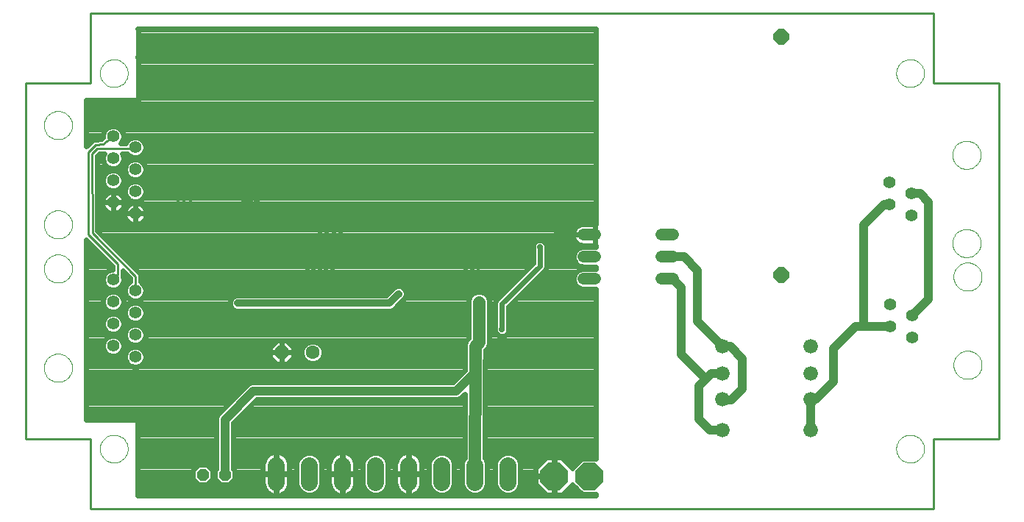
<source format=gbl>
G75*
%MOIN*%
%OFA0B0*%
%FSLAX24Y24*%
%IPPOS*%
%LPD*%
%AMOC8*
5,1,8,0,0,1.08239X$1,22.5*
%
%ADD10C,0.0100*%
%ADD11C,0.0000*%
%ADD12C,0.0550*%
%ADD13OC8,0.0705*%
%ADD14C,0.0660*%
%ADD15C,0.0520*%
%ADD16C,0.0768*%
%ADD17OC8,0.1250*%
%ADD18OC8,0.0520*%
%ADD19OC8,0.0630*%
%ADD20C,0.0630*%
%ADD21OC8,0.0240*%
%ADD22C,0.0240*%
%ADD23C,0.0320*%
%ADD24C,0.0400*%
%ADD25OC8,0.0356*%
%ADD26C,0.0560*%
D10*
X004668Y002075D02*
X042857Y002075D01*
X042857Y005224D01*
X045810Y005224D01*
X045810Y021366D01*
X042857Y021366D01*
X042857Y024516D01*
X004668Y024516D01*
X004668Y021366D01*
X001715Y021366D01*
X001715Y005224D01*
X004668Y005224D01*
X004668Y002075D01*
X006690Y011952D02*
X006690Y012610D01*
X004744Y014556D01*
X004733Y018169D01*
X004959Y018395D01*
X006647Y018406D01*
X006690Y018452D01*
X005690Y018952D02*
X005233Y018586D01*
X004884Y018575D01*
X004553Y018243D01*
X004564Y014482D01*
X005895Y013151D01*
X005895Y012657D01*
X005690Y012452D01*
D11*
X002550Y012952D02*
X002552Y013002D01*
X002558Y013052D01*
X002568Y013101D01*
X002581Y013150D01*
X002599Y013197D01*
X002620Y013243D01*
X002644Y013286D01*
X002672Y013328D01*
X002703Y013368D01*
X002737Y013405D01*
X002774Y013439D01*
X002814Y013470D01*
X002856Y013498D01*
X002899Y013522D01*
X002945Y013543D01*
X002992Y013561D01*
X003041Y013574D01*
X003090Y013584D01*
X003140Y013590D01*
X003190Y013592D01*
X003240Y013590D01*
X003290Y013584D01*
X003339Y013574D01*
X003388Y013561D01*
X003435Y013543D01*
X003481Y013522D01*
X003524Y013498D01*
X003566Y013470D01*
X003606Y013439D01*
X003643Y013405D01*
X003677Y013368D01*
X003708Y013328D01*
X003736Y013286D01*
X003760Y013243D01*
X003781Y013197D01*
X003799Y013150D01*
X003812Y013101D01*
X003822Y013052D01*
X003828Y013002D01*
X003830Y012952D01*
X003828Y012902D01*
X003822Y012852D01*
X003812Y012803D01*
X003799Y012754D01*
X003781Y012707D01*
X003760Y012661D01*
X003736Y012618D01*
X003708Y012576D01*
X003677Y012536D01*
X003643Y012499D01*
X003606Y012465D01*
X003566Y012434D01*
X003524Y012406D01*
X003481Y012382D01*
X003435Y012361D01*
X003388Y012343D01*
X003339Y012330D01*
X003290Y012320D01*
X003240Y012314D01*
X003190Y012312D01*
X003140Y012314D01*
X003090Y012320D01*
X003041Y012330D01*
X002992Y012343D01*
X002945Y012361D01*
X002899Y012382D01*
X002856Y012406D01*
X002814Y012434D01*
X002774Y012465D01*
X002737Y012499D01*
X002703Y012536D01*
X002672Y012576D01*
X002644Y012618D01*
X002620Y012661D01*
X002599Y012707D01*
X002581Y012754D01*
X002568Y012803D01*
X002558Y012852D01*
X002552Y012902D01*
X002550Y012952D01*
X002550Y014952D02*
X002552Y015002D01*
X002558Y015052D01*
X002568Y015101D01*
X002581Y015150D01*
X002599Y015197D01*
X002620Y015243D01*
X002644Y015286D01*
X002672Y015328D01*
X002703Y015368D01*
X002737Y015405D01*
X002774Y015439D01*
X002814Y015470D01*
X002856Y015498D01*
X002899Y015522D01*
X002945Y015543D01*
X002992Y015561D01*
X003041Y015574D01*
X003090Y015584D01*
X003140Y015590D01*
X003190Y015592D01*
X003240Y015590D01*
X003290Y015584D01*
X003339Y015574D01*
X003388Y015561D01*
X003435Y015543D01*
X003481Y015522D01*
X003524Y015498D01*
X003566Y015470D01*
X003606Y015439D01*
X003643Y015405D01*
X003677Y015368D01*
X003708Y015328D01*
X003736Y015286D01*
X003760Y015243D01*
X003781Y015197D01*
X003799Y015150D01*
X003812Y015101D01*
X003822Y015052D01*
X003828Y015002D01*
X003830Y014952D01*
X003828Y014902D01*
X003822Y014852D01*
X003812Y014803D01*
X003799Y014754D01*
X003781Y014707D01*
X003760Y014661D01*
X003736Y014618D01*
X003708Y014576D01*
X003677Y014536D01*
X003643Y014499D01*
X003606Y014465D01*
X003566Y014434D01*
X003524Y014406D01*
X003481Y014382D01*
X003435Y014361D01*
X003388Y014343D01*
X003339Y014330D01*
X003290Y014320D01*
X003240Y014314D01*
X003190Y014312D01*
X003140Y014314D01*
X003090Y014320D01*
X003041Y014330D01*
X002992Y014343D01*
X002945Y014361D01*
X002899Y014382D01*
X002856Y014406D01*
X002814Y014434D01*
X002774Y014465D01*
X002737Y014499D01*
X002703Y014536D01*
X002672Y014576D01*
X002644Y014618D01*
X002620Y014661D01*
X002599Y014707D01*
X002581Y014754D01*
X002568Y014803D01*
X002558Y014852D01*
X002552Y014902D01*
X002550Y014952D01*
X002550Y019452D02*
X002552Y019502D01*
X002558Y019552D01*
X002568Y019601D01*
X002581Y019650D01*
X002599Y019697D01*
X002620Y019743D01*
X002644Y019786D01*
X002672Y019828D01*
X002703Y019868D01*
X002737Y019905D01*
X002774Y019939D01*
X002814Y019970D01*
X002856Y019998D01*
X002899Y020022D01*
X002945Y020043D01*
X002992Y020061D01*
X003041Y020074D01*
X003090Y020084D01*
X003140Y020090D01*
X003190Y020092D01*
X003240Y020090D01*
X003290Y020084D01*
X003339Y020074D01*
X003388Y020061D01*
X003435Y020043D01*
X003481Y020022D01*
X003524Y019998D01*
X003566Y019970D01*
X003606Y019939D01*
X003643Y019905D01*
X003677Y019868D01*
X003708Y019828D01*
X003736Y019786D01*
X003760Y019743D01*
X003781Y019697D01*
X003799Y019650D01*
X003812Y019601D01*
X003822Y019552D01*
X003828Y019502D01*
X003830Y019452D01*
X003828Y019402D01*
X003822Y019352D01*
X003812Y019303D01*
X003799Y019254D01*
X003781Y019207D01*
X003760Y019161D01*
X003736Y019118D01*
X003708Y019076D01*
X003677Y019036D01*
X003643Y018999D01*
X003606Y018965D01*
X003566Y018934D01*
X003524Y018906D01*
X003481Y018882D01*
X003435Y018861D01*
X003388Y018843D01*
X003339Y018830D01*
X003290Y018820D01*
X003240Y018814D01*
X003190Y018812D01*
X003140Y018814D01*
X003090Y018820D01*
X003041Y018830D01*
X002992Y018843D01*
X002945Y018861D01*
X002899Y018882D01*
X002856Y018906D01*
X002814Y018934D01*
X002774Y018965D01*
X002737Y018999D01*
X002703Y019036D01*
X002672Y019076D01*
X002644Y019118D01*
X002620Y019161D01*
X002599Y019207D01*
X002581Y019254D01*
X002568Y019303D01*
X002558Y019352D01*
X002552Y019402D01*
X002550Y019452D01*
X005091Y021809D02*
X005093Y021859D01*
X005099Y021909D01*
X005109Y021958D01*
X005123Y022006D01*
X005140Y022053D01*
X005161Y022098D01*
X005186Y022142D01*
X005214Y022183D01*
X005246Y022222D01*
X005280Y022259D01*
X005317Y022293D01*
X005357Y022323D01*
X005399Y022350D01*
X005443Y022374D01*
X005489Y022395D01*
X005536Y022411D01*
X005584Y022424D01*
X005634Y022433D01*
X005683Y022438D01*
X005734Y022439D01*
X005784Y022436D01*
X005833Y022429D01*
X005882Y022418D01*
X005930Y022403D01*
X005976Y022385D01*
X006021Y022363D01*
X006064Y022337D01*
X006105Y022308D01*
X006144Y022276D01*
X006180Y022241D01*
X006212Y022203D01*
X006242Y022163D01*
X006269Y022120D01*
X006292Y022076D01*
X006311Y022030D01*
X006327Y021982D01*
X006339Y021933D01*
X006347Y021884D01*
X006351Y021834D01*
X006351Y021784D01*
X006347Y021734D01*
X006339Y021685D01*
X006327Y021636D01*
X006311Y021588D01*
X006292Y021542D01*
X006269Y021498D01*
X006242Y021455D01*
X006212Y021415D01*
X006180Y021377D01*
X006144Y021342D01*
X006105Y021310D01*
X006064Y021281D01*
X006021Y021255D01*
X005976Y021233D01*
X005930Y021215D01*
X005882Y021200D01*
X005833Y021189D01*
X005784Y021182D01*
X005734Y021179D01*
X005683Y021180D01*
X005634Y021185D01*
X005584Y021194D01*
X005536Y021207D01*
X005489Y021223D01*
X005443Y021244D01*
X005399Y021268D01*
X005357Y021295D01*
X005317Y021325D01*
X005280Y021359D01*
X005246Y021396D01*
X005214Y021435D01*
X005186Y021476D01*
X005161Y021520D01*
X005140Y021565D01*
X005123Y021612D01*
X005109Y021660D01*
X005099Y021709D01*
X005093Y021759D01*
X005091Y021809D01*
X002550Y008452D02*
X002552Y008502D01*
X002558Y008552D01*
X002568Y008601D01*
X002581Y008650D01*
X002599Y008697D01*
X002620Y008743D01*
X002644Y008786D01*
X002672Y008828D01*
X002703Y008868D01*
X002737Y008905D01*
X002774Y008939D01*
X002814Y008970D01*
X002856Y008998D01*
X002899Y009022D01*
X002945Y009043D01*
X002992Y009061D01*
X003041Y009074D01*
X003090Y009084D01*
X003140Y009090D01*
X003190Y009092D01*
X003240Y009090D01*
X003290Y009084D01*
X003339Y009074D01*
X003388Y009061D01*
X003435Y009043D01*
X003481Y009022D01*
X003524Y008998D01*
X003566Y008970D01*
X003606Y008939D01*
X003643Y008905D01*
X003677Y008868D01*
X003708Y008828D01*
X003736Y008786D01*
X003760Y008743D01*
X003781Y008697D01*
X003799Y008650D01*
X003812Y008601D01*
X003822Y008552D01*
X003828Y008502D01*
X003830Y008452D01*
X003828Y008402D01*
X003822Y008352D01*
X003812Y008303D01*
X003799Y008254D01*
X003781Y008207D01*
X003760Y008161D01*
X003736Y008118D01*
X003708Y008076D01*
X003677Y008036D01*
X003643Y007999D01*
X003606Y007965D01*
X003566Y007934D01*
X003524Y007906D01*
X003481Y007882D01*
X003435Y007861D01*
X003388Y007843D01*
X003339Y007830D01*
X003290Y007820D01*
X003240Y007814D01*
X003190Y007812D01*
X003140Y007814D01*
X003090Y007820D01*
X003041Y007830D01*
X002992Y007843D01*
X002945Y007861D01*
X002899Y007882D01*
X002856Y007906D01*
X002814Y007934D01*
X002774Y007965D01*
X002737Y007999D01*
X002703Y008036D01*
X002672Y008076D01*
X002644Y008118D01*
X002620Y008161D01*
X002599Y008207D01*
X002581Y008254D01*
X002568Y008303D01*
X002558Y008352D01*
X002552Y008402D01*
X002550Y008452D01*
X005091Y004781D02*
X005093Y004831D01*
X005099Y004881D01*
X005109Y004930D01*
X005123Y004978D01*
X005140Y005025D01*
X005161Y005070D01*
X005186Y005114D01*
X005214Y005155D01*
X005246Y005194D01*
X005280Y005231D01*
X005317Y005265D01*
X005357Y005295D01*
X005399Y005322D01*
X005443Y005346D01*
X005489Y005367D01*
X005536Y005383D01*
X005584Y005396D01*
X005634Y005405D01*
X005683Y005410D01*
X005734Y005411D01*
X005784Y005408D01*
X005833Y005401D01*
X005882Y005390D01*
X005930Y005375D01*
X005976Y005357D01*
X006021Y005335D01*
X006064Y005309D01*
X006105Y005280D01*
X006144Y005248D01*
X006180Y005213D01*
X006212Y005175D01*
X006242Y005135D01*
X006269Y005092D01*
X006292Y005048D01*
X006311Y005002D01*
X006327Y004954D01*
X006339Y004905D01*
X006347Y004856D01*
X006351Y004806D01*
X006351Y004756D01*
X006347Y004706D01*
X006339Y004657D01*
X006327Y004608D01*
X006311Y004560D01*
X006292Y004514D01*
X006269Y004470D01*
X006242Y004427D01*
X006212Y004387D01*
X006180Y004349D01*
X006144Y004314D01*
X006105Y004282D01*
X006064Y004253D01*
X006021Y004227D01*
X005976Y004205D01*
X005930Y004187D01*
X005882Y004172D01*
X005833Y004161D01*
X005784Y004154D01*
X005734Y004151D01*
X005683Y004152D01*
X005634Y004157D01*
X005584Y004166D01*
X005536Y004179D01*
X005489Y004195D01*
X005443Y004216D01*
X005399Y004240D01*
X005357Y004267D01*
X005317Y004297D01*
X005280Y004331D01*
X005246Y004368D01*
X005214Y004407D01*
X005186Y004448D01*
X005161Y004492D01*
X005140Y004537D01*
X005123Y004584D01*
X005109Y004632D01*
X005099Y004681D01*
X005093Y004731D01*
X005091Y004781D01*
X041174Y004781D02*
X041176Y004831D01*
X041182Y004881D01*
X041192Y004930D01*
X041206Y004978D01*
X041223Y005025D01*
X041244Y005070D01*
X041269Y005114D01*
X041297Y005155D01*
X041329Y005194D01*
X041363Y005231D01*
X041400Y005265D01*
X041440Y005295D01*
X041482Y005322D01*
X041526Y005346D01*
X041572Y005367D01*
X041619Y005383D01*
X041667Y005396D01*
X041717Y005405D01*
X041766Y005410D01*
X041817Y005411D01*
X041867Y005408D01*
X041916Y005401D01*
X041965Y005390D01*
X042013Y005375D01*
X042059Y005357D01*
X042104Y005335D01*
X042147Y005309D01*
X042188Y005280D01*
X042227Y005248D01*
X042263Y005213D01*
X042295Y005175D01*
X042325Y005135D01*
X042352Y005092D01*
X042375Y005048D01*
X042394Y005002D01*
X042410Y004954D01*
X042422Y004905D01*
X042430Y004856D01*
X042434Y004806D01*
X042434Y004756D01*
X042430Y004706D01*
X042422Y004657D01*
X042410Y004608D01*
X042394Y004560D01*
X042375Y004514D01*
X042352Y004470D01*
X042325Y004427D01*
X042295Y004387D01*
X042263Y004349D01*
X042227Y004314D01*
X042188Y004282D01*
X042147Y004253D01*
X042104Y004227D01*
X042059Y004205D01*
X042013Y004187D01*
X041965Y004172D01*
X041916Y004161D01*
X041867Y004154D01*
X041817Y004151D01*
X041766Y004152D01*
X041717Y004157D01*
X041667Y004166D01*
X041619Y004179D01*
X041572Y004195D01*
X041526Y004216D01*
X041482Y004240D01*
X041440Y004267D01*
X041400Y004297D01*
X041363Y004331D01*
X041329Y004368D01*
X041297Y004407D01*
X041269Y004448D01*
X041244Y004492D01*
X041223Y004537D01*
X041206Y004584D01*
X041192Y004632D01*
X041182Y004681D01*
X041176Y004731D01*
X041174Y004781D01*
X043762Y008585D02*
X043764Y008635D01*
X043770Y008685D01*
X043780Y008734D01*
X043793Y008783D01*
X043811Y008830D01*
X043832Y008876D01*
X043856Y008919D01*
X043884Y008961D01*
X043915Y009001D01*
X043949Y009038D01*
X043986Y009072D01*
X044026Y009103D01*
X044068Y009131D01*
X044111Y009155D01*
X044157Y009176D01*
X044204Y009194D01*
X044253Y009207D01*
X044302Y009217D01*
X044352Y009223D01*
X044402Y009225D01*
X044452Y009223D01*
X044502Y009217D01*
X044551Y009207D01*
X044600Y009194D01*
X044647Y009176D01*
X044693Y009155D01*
X044736Y009131D01*
X044778Y009103D01*
X044818Y009072D01*
X044855Y009038D01*
X044889Y009001D01*
X044920Y008961D01*
X044948Y008919D01*
X044972Y008876D01*
X044993Y008830D01*
X045011Y008783D01*
X045024Y008734D01*
X045034Y008685D01*
X045040Y008635D01*
X045042Y008585D01*
X045040Y008535D01*
X045034Y008485D01*
X045024Y008436D01*
X045011Y008387D01*
X044993Y008340D01*
X044972Y008294D01*
X044948Y008251D01*
X044920Y008209D01*
X044889Y008169D01*
X044855Y008132D01*
X044818Y008098D01*
X044778Y008067D01*
X044736Y008039D01*
X044693Y008015D01*
X044647Y007994D01*
X044600Y007976D01*
X044551Y007963D01*
X044502Y007953D01*
X044452Y007947D01*
X044402Y007945D01*
X044352Y007947D01*
X044302Y007953D01*
X044253Y007963D01*
X044204Y007976D01*
X044157Y007994D01*
X044111Y008015D01*
X044068Y008039D01*
X044026Y008067D01*
X043986Y008098D01*
X043949Y008132D01*
X043915Y008169D01*
X043884Y008209D01*
X043856Y008251D01*
X043832Y008294D01*
X043811Y008340D01*
X043793Y008387D01*
X043780Y008436D01*
X043770Y008485D01*
X043764Y008535D01*
X043762Y008585D01*
X043762Y012585D02*
X043764Y012635D01*
X043770Y012685D01*
X043780Y012734D01*
X043793Y012783D01*
X043811Y012830D01*
X043832Y012876D01*
X043856Y012919D01*
X043884Y012961D01*
X043915Y013001D01*
X043949Y013038D01*
X043986Y013072D01*
X044026Y013103D01*
X044068Y013131D01*
X044111Y013155D01*
X044157Y013176D01*
X044204Y013194D01*
X044253Y013207D01*
X044302Y013217D01*
X044352Y013223D01*
X044402Y013225D01*
X044452Y013223D01*
X044502Y013217D01*
X044551Y013207D01*
X044600Y013194D01*
X044647Y013176D01*
X044693Y013155D01*
X044736Y013131D01*
X044778Y013103D01*
X044818Y013072D01*
X044855Y013038D01*
X044889Y013001D01*
X044920Y012961D01*
X044948Y012919D01*
X044972Y012876D01*
X044993Y012830D01*
X045011Y012783D01*
X045024Y012734D01*
X045034Y012685D01*
X045040Y012635D01*
X045042Y012585D01*
X045040Y012535D01*
X045034Y012485D01*
X045024Y012436D01*
X045011Y012387D01*
X044993Y012340D01*
X044972Y012294D01*
X044948Y012251D01*
X044920Y012209D01*
X044889Y012169D01*
X044855Y012132D01*
X044818Y012098D01*
X044778Y012067D01*
X044736Y012039D01*
X044693Y012015D01*
X044647Y011994D01*
X044600Y011976D01*
X044551Y011963D01*
X044502Y011953D01*
X044452Y011947D01*
X044402Y011945D01*
X044352Y011947D01*
X044302Y011953D01*
X044253Y011963D01*
X044204Y011976D01*
X044157Y011994D01*
X044111Y012015D01*
X044068Y012039D01*
X044026Y012067D01*
X043986Y012098D01*
X043949Y012132D01*
X043915Y012169D01*
X043884Y012209D01*
X043856Y012251D01*
X043832Y012294D01*
X043811Y012340D01*
X043793Y012387D01*
X043780Y012436D01*
X043770Y012485D01*
X043764Y012535D01*
X043762Y012585D01*
X043718Y014102D02*
X043720Y014152D01*
X043726Y014202D01*
X043736Y014251D01*
X043749Y014300D01*
X043767Y014347D01*
X043788Y014393D01*
X043812Y014436D01*
X043840Y014478D01*
X043871Y014518D01*
X043905Y014555D01*
X043942Y014589D01*
X043982Y014620D01*
X044024Y014648D01*
X044067Y014672D01*
X044113Y014693D01*
X044160Y014711D01*
X044209Y014724D01*
X044258Y014734D01*
X044308Y014740D01*
X044358Y014742D01*
X044408Y014740D01*
X044458Y014734D01*
X044507Y014724D01*
X044556Y014711D01*
X044603Y014693D01*
X044649Y014672D01*
X044692Y014648D01*
X044734Y014620D01*
X044774Y014589D01*
X044811Y014555D01*
X044845Y014518D01*
X044876Y014478D01*
X044904Y014436D01*
X044928Y014393D01*
X044949Y014347D01*
X044967Y014300D01*
X044980Y014251D01*
X044990Y014202D01*
X044996Y014152D01*
X044998Y014102D01*
X044996Y014052D01*
X044990Y014002D01*
X044980Y013953D01*
X044967Y013904D01*
X044949Y013857D01*
X044928Y013811D01*
X044904Y013768D01*
X044876Y013726D01*
X044845Y013686D01*
X044811Y013649D01*
X044774Y013615D01*
X044734Y013584D01*
X044692Y013556D01*
X044649Y013532D01*
X044603Y013511D01*
X044556Y013493D01*
X044507Y013480D01*
X044458Y013470D01*
X044408Y013464D01*
X044358Y013462D01*
X044308Y013464D01*
X044258Y013470D01*
X044209Y013480D01*
X044160Y013493D01*
X044113Y013511D01*
X044067Y013532D01*
X044024Y013556D01*
X043982Y013584D01*
X043942Y013615D01*
X043905Y013649D01*
X043871Y013686D01*
X043840Y013726D01*
X043812Y013768D01*
X043788Y013811D01*
X043767Y013857D01*
X043749Y013904D01*
X043736Y013953D01*
X043726Y014002D01*
X043720Y014052D01*
X043718Y014102D01*
X043718Y018102D02*
X043720Y018152D01*
X043726Y018202D01*
X043736Y018251D01*
X043749Y018300D01*
X043767Y018347D01*
X043788Y018393D01*
X043812Y018436D01*
X043840Y018478D01*
X043871Y018518D01*
X043905Y018555D01*
X043942Y018589D01*
X043982Y018620D01*
X044024Y018648D01*
X044067Y018672D01*
X044113Y018693D01*
X044160Y018711D01*
X044209Y018724D01*
X044258Y018734D01*
X044308Y018740D01*
X044358Y018742D01*
X044408Y018740D01*
X044458Y018734D01*
X044507Y018724D01*
X044556Y018711D01*
X044603Y018693D01*
X044649Y018672D01*
X044692Y018648D01*
X044734Y018620D01*
X044774Y018589D01*
X044811Y018555D01*
X044845Y018518D01*
X044876Y018478D01*
X044904Y018436D01*
X044928Y018393D01*
X044949Y018347D01*
X044967Y018300D01*
X044980Y018251D01*
X044990Y018202D01*
X044996Y018152D01*
X044998Y018102D01*
X044996Y018052D01*
X044990Y018002D01*
X044980Y017953D01*
X044967Y017904D01*
X044949Y017857D01*
X044928Y017811D01*
X044904Y017768D01*
X044876Y017726D01*
X044845Y017686D01*
X044811Y017649D01*
X044774Y017615D01*
X044734Y017584D01*
X044692Y017556D01*
X044649Y017532D01*
X044603Y017511D01*
X044556Y017493D01*
X044507Y017480D01*
X044458Y017470D01*
X044408Y017464D01*
X044358Y017462D01*
X044308Y017464D01*
X044258Y017470D01*
X044209Y017480D01*
X044160Y017493D01*
X044113Y017511D01*
X044067Y017532D01*
X044024Y017556D01*
X043982Y017584D01*
X043942Y017615D01*
X043905Y017649D01*
X043871Y017686D01*
X043840Y017726D01*
X043812Y017768D01*
X043788Y017811D01*
X043767Y017857D01*
X043749Y017904D01*
X043736Y017953D01*
X043726Y018002D01*
X043720Y018052D01*
X043718Y018102D01*
X041174Y021809D02*
X041176Y021859D01*
X041182Y021909D01*
X041192Y021958D01*
X041206Y022006D01*
X041223Y022053D01*
X041244Y022098D01*
X041269Y022142D01*
X041297Y022183D01*
X041329Y022222D01*
X041363Y022259D01*
X041400Y022293D01*
X041440Y022323D01*
X041482Y022350D01*
X041526Y022374D01*
X041572Y022395D01*
X041619Y022411D01*
X041667Y022424D01*
X041717Y022433D01*
X041766Y022438D01*
X041817Y022439D01*
X041867Y022436D01*
X041916Y022429D01*
X041965Y022418D01*
X042013Y022403D01*
X042059Y022385D01*
X042104Y022363D01*
X042147Y022337D01*
X042188Y022308D01*
X042227Y022276D01*
X042263Y022241D01*
X042295Y022203D01*
X042325Y022163D01*
X042352Y022120D01*
X042375Y022076D01*
X042394Y022030D01*
X042410Y021982D01*
X042422Y021933D01*
X042430Y021884D01*
X042434Y021834D01*
X042434Y021784D01*
X042430Y021734D01*
X042422Y021685D01*
X042410Y021636D01*
X042394Y021588D01*
X042375Y021542D01*
X042352Y021498D01*
X042325Y021455D01*
X042295Y021415D01*
X042263Y021377D01*
X042227Y021342D01*
X042188Y021310D01*
X042147Y021281D01*
X042104Y021255D01*
X042059Y021233D01*
X042013Y021215D01*
X041965Y021200D01*
X041916Y021189D01*
X041867Y021182D01*
X041817Y021179D01*
X041766Y021180D01*
X041717Y021185D01*
X041667Y021194D01*
X041619Y021207D01*
X041572Y021223D01*
X041526Y021244D01*
X041482Y021268D01*
X041440Y021295D01*
X041400Y021325D01*
X041363Y021359D01*
X041329Y021396D01*
X041297Y021435D01*
X041269Y021476D01*
X041244Y021520D01*
X041223Y021565D01*
X041206Y021612D01*
X041192Y021660D01*
X041182Y021709D01*
X041176Y021759D01*
X041174Y021809D01*
D12*
X040858Y016852D03*
X041858Y016352D03*
X040858Y015852D03*
X041858Y015352D03*
X040902Y011335D03*
X041902Y010835D03*
X040902Y010335D03*
X041902Y009835D03*
X006690Y009952D03*
X005690Y009452D03*
X006690Y008952D03*
X005690Y010452D03*
X006690Y010952D03*
X005690Y011452D03*
X006690Y011952D03*
X005690Y012452D03*
X006690Y015452D03*
X005690Y015952D03*
X006690Y016452D03*
X005690Y016952D03*
X006690Y017452D03*
X005690Y017952D03*
X006690Y018452D03*
X005690Y018952D03*
D13*
X035971Y023457D03*
X035971Y012657D03*
D14*
X037292Y009425D03*
X037284Y008187D03*
X037292Y007012D03*
X037283Y005612D03*
X033283Y005612D03*
X033292Y007012D03*
X033284Y008187D03*
X033292Y009425D03*
D15*
X031047Y012483D02*
X030527Y012483D01*
X030527Y013483D02*
X031047Y013483D01*
X031047Y014483D02*
X030527Y014483D01*
X027527Y014483D02*
X027007Y014483D01*
X027007Y013483D02*
X027527Y013483D01*
X027527Y012483D02*
X027007Y012483D01*
D16*
X023571Y004033D02*
X023571Y003266D01*
X022071Y003266D02*
X022071Y004033D01*
X020571Y004033D02*
X020571Y003266D01*
X019071Y003266D02*
X019071Y004033D01*
X017571Y004033D02*
X017571Y003266D01*
X016071Y003266D02*
X016071Y004033D01*
X014571Y004033D02*
X014571Y003266D01*
X013071Y003266D02*
X013071Y004033D01*
D17*
X025667Y003542D03*
X027275Y003537D03*
D18*
X010744Y003610D03*
X009744Y003610D03*
D19*
X013326Y009147D03*
D20*
X014726Y009147D03*
D21*
X011320Y011379D03*
X014483Y012424D03*
X014486Y012713D03*
X014773Y012714D03*
X015057Y012712D03*
X015341Y012714D03*
X015339Y012997D03*
X015623Y013001D03*
X015626Y012712D03*
X015054Y012997D03*
X014770Y012998D03*
X014483Y013001D03*
X014773Y012424D03*
X015053Y013870D03*
X015368Y013870D03*
X015683Y013870D03*
X015998Y013870D03*
X015998Y014185D03*
X015998Y014500D03*
X015683Y014500D03*
X015683Y014185D03*
X015368Y014185D03*
X015053Y014185D03*
X015053Y014500D03*
X015368Y014500D03*
X012189Y016047D03*
X011904Y016047D03*
X011619Y016045D03*
X011619Y016332D03*
X011904Y016332D03*
X012189Y016335D03*
X012187Y016620D03*
X011904Y016617D03*
X011617Y016620D03*
X009184Y016398D03*
X009184Y016114D03*
X008900Y016117D03*
X008900Y016400D03*
X008616Y016400D03*
X008613Y016116D03*
X008613Y015830D03*
X008897Y015830D03*
X008899Y015544D03*
X008615Y015546D03*
X009183Y015544D03*
X009183Y015828D03*
X018620Y011808D03*
X021668Y012725D03*
X021953Y012725D03*
X022237Y012728D03*
X022240Y013013D03*
X021955Y013010D03*
X021671Y013010D03*
X024821Y011724D03*
X023299Y010183D03*
X025017Y013926D03*
X024821Y015724D03*
X010347Y008988D03*
D22*
X011714Y007616D02*
X011821Y007723D01*
X011960Y007781D01*
X021063Y007781D01*
X021622Y008340D01*
X021624Y008887D01*
X021624Y009528D01*
X021694Y009697D01*
X021804Y009808D01*
X021804Y011528D01*
X021874Y011697D01*
X022003Y011827D01*
X022172Y011897D01*
X022355Y011897D01*
X022524Y011827D01*
X022654Y011697D01*
X022724Y011528D01*
X022724Y009526D01*
X022654Y009357D01*
X022544Y009246D01*
X022544Y008977D01*
X022544Y008977D01*
X022544Y008886D01*
X022544Y008795D01*
X022543Y008794D01*
X022533Y004369D01*
X022549Y004353D01*
X022635Y004146D01*
X022635Y003154D01*
X022549Y002946D01*
X022391Y002788D01*
X022184Y002702D01*
X021959Y002702D01*
X021752Y002788D01*
X021593Y002946D01*
X021507Y003154D01*
X021507Y004146D01*
X021593Y004353D01*
X021613Y004373D01*
X021620Y007262D01*
X021436Y007079D01*
X021296Y007021D01*
X012193Y007021D01*
X011124Y005951D01*
X011124Y003852D01*
X011184Y003792D01*
X011184Y003428D01*
X010926Y003170D01*
X010561Y003170D01*
X010304Y003428D01*
X010304Y003792D01*
X010364Y003852D01*
X010364Y006184D01*
X010421Y006324D01*
X010528Y006430D01*
X010528Y006430D01*
X011714Y007616D01*
X011714Y007616D01*
X011658Y007560D02*
X004475Y007560D01*
X004475Y007322D02*
X011420Y007322D01*
X011181Y007083D02*
X004475Y007083D01*
X004475Y006845D02*
X010943Y006845D01*
X010704Y006606D02*
X004475Y006606D01*
X004475Y006368D02*
X010466Y006368D01*
X010364Y006129D02*
X004475Y006129D01*
X004475Y006111D02*
X004475Y014245D01*
X005665Y013056D01*
X005665Y012907D01*
X005599Y012907D01*
X005432Y012838D01*
X005304Y012710D01*
X005235Y012543D01*
X005235Y012362D01*
X005304Y012195D01*
X005432Y012067D01*
X005599Y011997D01*
X005781Y011997D01*
X005948Y012067D01*
X006076Y012195D01*
X006145Y012362D01*
X006145Y012543D01*
X006125Y012592D01*
X006125Y012850D01*
X006460Y012515D01*
X006460Y012350D01*
X006432Y012338D01*
X006304Y012210D01*
X006235Y012043D01*
X006235Y011862D01*
X006304Y011695D01*
X006432Y011567D01*
X006599Y011497D01*
X006781Y011497D01*
X006948Y011567D01*
X007076Y011695D01*
X007145Y011862D01*
X007145Y012043D01*
X007076Y012210D01*
X006948Y012338D01*
X006920Y012350D01*
X006920Y012515D01*
X006920Y012515D01*
X006920Y012610D01*
X006920Y012706D01*
X006849Y012776D01*
X006785Y012840D01*
X004973Y014652D01*
X004963Y018074D01*
X005055Y018165D01*
X005286Y018167D01*
X005235Y018043D01*
X005235Y017862D01*
X005304Y017695D01*
X005432Y017567D01*
X005599Y017497D01*
X005781Y017497D01*
X005948Y017567D01*
X006076Y017695D01*
X006145Y017862D01*
X006145Y018043D01*
X006092Y018172D01*
X006325Y018174D01*
X006432Y018067D01*
X006599Y017997D01*
X006781Y017997D01*
X006948Y018067D01*
X007076Y018195D01*
X007145Y018362D01*
X007145Y018543D01*
X007076Y018710D01*
X006948Y018838D01*
X006781Y018907D01*
X006599Y018907D01*
X006432Y018838D01*
X006304Y018710D01*
X006272Y018633D01*
X006013Y018632D01*
X006076Y018695D01*
X006145Y018862D01*
X006145Y019043D01*
X006076Y019210D01*
X005948Y019338D01*
X005781Y019407D01*
X005599Y019407D01*
X005432Y019338D01*
X005304Y019210D01*
X005235Y019043D01*
X005235Y018882D01*
X005149Y018813D01*
X004881Y018805D01*
X004789Y018805D01*
X004786Y018802D01*
X004782Y018802D01*
X004719Y018735D01*
X004475Y018491D01*
X004475Y020587D01*
X006841Y020587D01*
X006841Y022517D01*
X006797Y022517D01*
X006797Y022561D01*
X006841Y022561D01*
X006841Y023746D01*
X006797Y023833D01*
X027564Y023833D01*
X027564Y014963D01*
X027527Y014963D01*
X027527Y014483D01*
X027527Y014483D01*
X027527Y014963D01*
X026969Y014963D01*
X026894Y014951D01*
X026822Y014928D01*
X026755Y014893D01*
X026694Y014849D01*
X026640Y014795D01*
X026596Y014734D01*
X026562Y014667D01*
X026538Y014595D01*
X026527Y014520D01*
X026527Y014483D01*
X027527Y014483D01*
X025686Y014483D01*
X025666Y014462D01*
X025645Y014462D01*
X025635Y014452D01*
X025271Y014096D02*
X025187Y014180D01*
X025187Y014180D01*
X025141Y014226D01*
X024892Y014226D01*
X024847Y014180D01*
X024847Y014180D01*
X024762Y014096D01*
X024717Y014050D01*
X024717Y013196D01*
X023045Y011525D01*
X022999Y011414D01*
X022999Y010058D01*
X023045Y010013D01*
X023045Y010013D01*
X023129Y009928D01*
X023129Y009928D01*
X023175Y009883D01*
X023423Y009883D01*
X023469Y009928D01*
X023553Y010013D01*
X023599Y010058D01*
X023599Y011230D01*
X025187Y012818D01*
X025271Y012902D01*
X025317Y013012D01*
X025317Y013986D01*
X025317Y014050D01*
X025271Y014096D01*
X025271Y014096D01*
X025317Y014000D02*
X027564Y014000D01*
X027564Y014003D02*
X027564Y013923D01*
X026919Y013923D01*
X026757Y013856D01*
X026634Y013732D01*
X026567Y013570D01*
X026567Y013395D01*
X026634Y013233D01*
X026757Y013110D01*
X026919Y013043D01*
X027564Y013043D01*
X027564Y012923D01*
X026919Y012923D01*
X026757Y012856D01*
X026634Y012732D01*
X026567Y012570D01*
X026567Y012395D01*
X026634Y012233D01*
X026757Y012110D01*
X026919Y012043D01*
X027564Y012043D01*
X027564Y004342D01*
X026942Y004342D01*
X026502Y003902D01*
X026017Y004387D01*
X025677Y004387D01*
X025677Y003552D01*
X025657Y003552D01*
X025657Y004387D01*
X025317Y004387D01*
X024822Y003892D01*
X024822Y003552D01*
X025657Y003552D01*
X025657Y003532D01*
X024822Y003532D01*
X024822Y003192D01*
X025317Y002697D01*
X025657Y002697D01*
X025657Y003532D01*
X025677Y003532D01*
X025677Y002697D01*
X026017Y002697D01*
X026497Y003177D01*
X026942Y002732D01*
X027564Y002732D01*
X027564Y002645D01*
X006797Y002645D01*
X006797Y006111D01*
X004475Y006111D01*
X006797Y005891D02*
X010364Y005891D01*
X010364Y005652D02*
X006797Y005652D01*
X006797Y005414D02*
X010364Y005414D01*
X010364Y005175D02*
X006797Y005175D01*
X006797Y004937D02*
X010364Y004937D01*
X010364Y004698D02*
X006797Y004698D01*
X006797Y004460D02*
X010364Y004460D01*
X010364Y004221D02*
X006797Y004221D01*
X006797Y003983D02*
X009494Y003983D01*
X009561Y004050D02*
X009304Y003792D01*
X009304Y003428D01*
X009561Y003170D01*
X009926Y003170D01*
X010184Y003428D01*
X010184Y003792D01*
X009926Y004050D01*
X009561Y004050D01*
X009304Y003744D02*
X006797Y003744D01*
X006797Y003506D02*
X009304Y003506D01*
X009464Y003267D02*
X006797Y003267D01*
X006797Y003029D02*
X012514Y003029D01*
X012512Y003034D02*
X012555Y002949D01*
X012611Y002872D01*
X012678Y002805D01*
X012755Y002749D01*
X012840Y002706D01*
X012930Y002677D01*
X013024Y002662D01*
X013063Y002662D01*
X013063Y003642D01*
X012467Y003642D01*
X012467Y003218D01*
X012482Y003124D01*
X012512Y003034D01*
X012467Y003267D02*
X011023Y003267D01*
X011184Y003506D02*
X012467Y003506D01*
X012467Y003658D02*
X013063Y003658D01*
X013063Y004637D01*
X013024Y004637D01*
X012930Y004622D01*
X012840Y004593D01*
X012755Y004550D01*
X012678Y004494D01*
X012611Y004427D01*
X012555Y004350D01*
X012512Y004265D01*
X012482Y004175D01*
X012467Y004081D01*
X012467Y003658D01*
X012467Y003744D02*
X011184Y003744D01*
X011124Y003983D02*
X012467Y003983D01*
X012497Y004221D02*
X011124Y004221D01*
X011124Y004460D02*
X012644Y004460D01*
X013063Y004460D02*
X013079Y004460D01*
X013079Y004637D02*
X013079Y003658D01*
X013063Y003658D01*
X013063Y003642D01*
X013079Y003642D01*
X013079Y003658D01*
X013675Y003658D01*
X013675Y004081D01*
X013660Y004175D01*
X013631Y004265D01*
X013588Y004350D01*
X013532Y004427D01*
X013465Y004494D01*
X013388Y004550D01*
X013303Y004593D01*
X013213Y004622D01*
X013119Y004637D01*
X013079Y004637D01*
X013063Y004221D02*
X013079Y004221D01*
X013063Y003983D02*
X013079Y003983D01*
X013063Y003744D02*
X013079Y003744D01*
X013079Y003642D02*
X013675Y003642D01*
X013675Y003218D01*
X013660Y003124D01*
X013631Y003034D01*
X013588Y002949D01*
X013532Y002872D01*
X013465Y002805D01*
X013388Y002749D01*
X013303Y002706D01*
X013213Y002677D01*
X013119Y002662D01*
X013079Y002662D01*
X013079Y003642D01*
X013063Y003506D02*
X013079Y003506D01*
X013063Y003267D02*
X013079Y003267D01*
X013063Y003029D02*
X013079Y003029D01*
X013063Y002790D02*
X013079Y002790D01*
X013444Y002790D02*
X014249Y002790D01*
X014252Y002788D02*
X014459Y002702D01*
X014684Y002702D01*
X014891Y002788D01*
X015049Y002946D01*
X015135Y003154D01*
X015135Y004146D01*
X015049Y004353D01*
X014891Y004511D01*
X014684Y004597D01*
X014459Y004597D01*
X014252Y004511D01*
X014093Y004353D01*
X014007Y004146D01*
X014007Y003154D01*
X014093Y002946D01*
X014252Y002788D01*
X014059Y003029D02*
X013628Y003029D01*
X013675Y003267D02*
X014007Y003267D01*
X014007Y003506D02*
X013675Y003506D01*
X013675Y003744D02*
X014007Y003744D01*
X014007Y003983D02*
X013675Y003983D01*
X013645Y004221D02*
X014039Y004221D01*
X014200Y004460D02*
X013499Y004460D01*
X014942Y004460D02*
X015644Y004460D01*
X015611Y004427D02*
X015678Y004494D01*
X015755Y004550D01*
X015840Y004593D01*
X015930Y004622D01*
X016024Y004637D01*
X016063Y004637D01*
X016063Y003658D01*
X016079Y003658D01*
X016079Y004637D01*
X016119Y004637D01*
X016213Y004622D01*
X016303Y004593D01*
X016388Y004550D01*
X016465Y004494D01*
X016532Y004427D01*
X016588Y004350D01*
X016631Y004265D01*
X016660Y004175D01*
X016675Y004081D01*
X016675Y003658D01*
X016079Y003658D01*
X016079Y003642D01*
X016675Y003642D01*
X016675Y003218D01*
X016660Y003124D01*
X016631Y003034D01*
X016588Y002949D01*
X016532Y002872D01*
X016465Y002805D01*
X016388Y002749D01*
X016303Y002706D01*
X016213Y002677D01*
X016119Y002662D01*
X016079Y002662D01*
X016079Y003642D01*
X016063Y003642D01*
X015467Y003642D01*
X015467Y003218D01*
X015482Y003124D01*
X015512Y003034D01*
X015555Y002949D01*
X015611Y002872D01*
X015678Y002805D01*
X015755Y002749D01*
X015840Y002706D01*
X015930Y002677D01*
X016024Y002662D01*
X016063Y002662D01*
X016063Y003642D01*
X016063Y003658D01*
X015467Y003658D01*
X015467Y004081D01*
X015482Y004175D01*
X015512Y004265D01*
X015555Y004350D01*
X015611Y004427D01*
X015497Y004221D02*
X015104Y004221D01*
X015135Y003983D02*
X015467Y003983D01*
X015467Y003744D02*
X015135Y003744D01*
X015135Y003506D02*
X015467Y003506D01*
X015467Y003267D02*
X015135Y003267D01*
X015084Y003029D02*
X015514Y003029D01*
X015698Y002790D02*
X014893Y002790D01*
X016063Y002790D02*
X016079Y002790D01*
X016063Y003029D02*
X016079Y003029D01*
X016063Y003267D02*
X016079Y003267D01*
X016063Y003506D02*
X016079Y003506D01*
X016063Y003744D02*
X016079Y003744D01*
X016063Y003983D02*
X016079Y003983D01*
X016063Y004221D02*
X016079Y004221D01*
X016063Y004460D02*
X016079Y004460D01*
X016499Y004460D02*
X017200Y004460D01*
X017252Y004511D02*
X017093Y004353D01*
X017007Y004146D01*
X017007Y003154D01*
X017093Y002946D01*
X017252Y002788D01*
X017459Y002702D01*
X017684Y002702D01*
X017891Y002788D01*
X018049Y002946D01*
X018135Y003154D01*
X018135Y004146D01*
X018049Y004353D01*
X017891Y004511D01*
X017684Y004597D01*
X017459Y004597D01*
X017252Y004511D01*
X017039Y004221D02*
X016645Y004221D01*
X016675Y003983D02*
X017007Y003983D01*
X017007Y003744D02*
X016675Y003744D01*
X016675Y003506D02*
X017007Y003506D01*
X017007Y003267D02*
X016675Y003267D01*
X016628Y003029D02*
X017059Y003029D01*
X017249Y002790D02*
X016444Y002790D01*
X017893Y002790D02*
X018698Y002790D01*
X018678Y002805D02*
X018755Y002749D01*
X018840Y002706D01*
X018930Y002677D01*
X019024Y002662D01*
X019063Y002662D01*
X019063Y003642D01*
X018467Y003642D01*
X018467Y003218D01*
X018482Y003124D01*
X018512Y003034D01*
X018555Y002949D01*
X018611Y002872D01*
X018678Y002805D01*
X018514Y003029D02*
X018084Y003029D01*
X018135Y003267D02*
X018467Y003267D01*
X018467Y003506D02*
X018135Y003506D01*
X018135Y003744D02*
X018467Y003744D01*
X018467Y003658D02*
X019063Y003658D01*
X019063Y004637D01*
X019024Y004637D01*
X018930Y004622D01*
X018840Y004593D01*
X018755Y004550D01*
X018678Y004494D01*
X018611Y004427D01*
X018555Y004350D01*
X018512Y004265D01*
X018482Y004175D01*
X018467Y004081D01*
X018467Y003658D01*
X018467Y003983D02*
X018135Y003983D01*
X018104Y004221D02*
X018497Y004221D01*
X018644Y004460D02*
X017942Y004460D01*
X019063Y004460D02*
X019079Y004460D01*
X019079Y004637D02*
X019079Y003658D01*
X019063Y003658D01*
X019063Y003642D01*
X019079Y003642D01*
X019079Y003658D01*
X019675Y003658D01*
X019675Y004081D01*
X019660Y004175D01*
X019631Y004265D01*
X019588Y004350D01*
X019532Y004427D01*
X019465Y004494D01*
X019388Y004550D01*
X019303Y004593D01*
X019213Y004622D01*
X019119Y004637D01*
X019079Y004637D01*
X019063Y004221D02*
X019079Y004221D01*
X019063Y003983D02*
X019079Y003983D01*
X019063Y003744D02*
X019079Y003744D01*
X019079Y003642D02*
X019675Y003642D01*
X019675Y003218D01*
X019660Y003124D01*
X019631Y003034D01*
X019588Y002949D01*
X019532Y002872D01*
X019465Y002805D01*
X019388Y002749D01*
X019303Y002706D01*
X019213Y002677D01*
X019119Y002662D01*
X019079Y002662D01*
X019079Y003642D01*
X019063Y003506D02*
X019079Y003506D01*
X019063Y003267D02*
X019079Y003267D01*
X019063Y003029D02*
X019079Y003029D01*
X019063Y002790D02*
X019079Y002790D01*
X019444Y002790D02*
X020249Y002790D01*
X020252Y002788D02*
X020459Y002702D01*
X020684Y002702D01*
X020891Y002788D01*
X021049Y002946D01*
X021135Y003154D01*
X021135Y004146D01*
X021049Y004353D01*
X020891Y004511D01*
X020684Y004597D01*
X020459Y004597D01*
X020252Y004511D01*
X020093Y004353D01*
X020007Y004146D01*
X020007Y003154D01*
X020093Y002946D01*
X020252Y002788D01*
X020059Y003029D02*
X019628Y003029D01*
X019675Y003267D02*
X020007Y003267D01*
X020007Y003506D02*
X019675Y003506D01*
X019675Y003744D02*
X020007Y003744D01*
X020007Y003983D02*
X019675Y003983D01*
X019645Y004221D02*
X020039Y004221D01*
X020200Y004460D02*
X019499Y004460D01*
X020942Y004460D02*
X021613Y004460D01*
X021614Y004698D02*
X011124Y004698D01*
X011124Y004937D02*
X021614Y004937D01*
X021615Y005175D02*
X011124Y005175D01*
X011124Y005414D02*
X021615Y005414D01*
X021616Y005652D02*
X011124Y005652D01*
X011124Y005891D02*
X021617Y005891D01*
X021617Y006129D02*
X011302Y006129D01*
X011540Y006368D02*
X021618Y006368D01*
X021618Y006606D02*
X011779Y006606D01*
X012017Y006845D02*
X021619Y006845D01*
X021619Y007083D02*
X021441Y007083D01*
X022539Y007083D02*
X027564Y007083D01*
X027564Y006845D02*
X022539Y006845D01*
X022538Y006606D02*
X027564Y006606D01*
X027564Y006368D02*
X022538Y006368D01*
X022537Y006129D02*
X027564Y006129D01*
X027564Y005891D02*
X022537Y005891D01*
X022536Y005652D02*
X027564Y005652D01*
X027564Y005414D02*
X022535Y005414D01*
X022535Y005175D02*
X027564Y005175D01*
X027564Y004937D02*
X022534Y004937D01*
X022534Y004698D02*
X027564Y004698D01*
X027564Y004460D02*
X023942Y004460D01*
X023891Y004511D02*
X023684Y004597D01*
X023459Y004597D01*
X023252Y004511D01*
X023093Y004353D01*
X023007Y004146D01*
X023007Y003154D01*
X023093Y002946D01*
X023252Y002788D01*
X023459Y002702D01*
X023684Y002702D01*
X023891Y002788D01*
X024049Y002946D01*
X024135Y003154D01*
X024135Y004146D01*
X024049Y004353D01*
X023891Y004511D01*
X024104Y004221D02*
X025152Y004221D01*
X024914Y003983D02*
X024135Y003983D01*
X024135Y003744D02*
X024822Y003744D01*
X024822Y003506D02*
X024135Y003506D01*
X024135Y003267D02*
X024822Y003267D01*
X024985Y003029D02*
X024084Y003029D01*
X023893Y002790D02*
X025223Y002790D01*
X025657Y002790D02*
X025677Y002790D01*
X025657Y003029D02*
X025677Y003029D01*
X025657Y003267D02*
X025677Y003267D01*
X025657Y003506D02*
X025677Y003506D01*
X025657Y003744D02*
X025677Y003744D01*
X025657Y003983D02*
X025677Y003983D01*
X025657Y004221D02*
X025677Y004221D01*
X026182Y004221D02*
X026821Y004221D01*
X026582Y003983D02*
X026421Y003983D01*
X026350Y003029D02*
X026645Y003029D01*
X026884Y002790D02*
X026111Y002790D01*
X023249Y002790D02*
X022393Y002790D01*
X022584Y003029D02*
X023059Y003029D01*
X023007Y003267D02*
X022635Y003267D01*
X022635Y003506D02*
X023007Y003506D01*
X023007Y003744D02*
X022635Y003744D01*
X022635Y003983D02*
X023007Y003983D01*
X023039Y004221D02*
X022604Y004221D01*
X022533Y004460D02*
X023200Y004460D01*
X021539Y004221D02*
X021104Y004221D01*
X021135Y003983D02*
X021507Y003983D01*
X021507Y003744D02*
X021135Y003744D01*
X021135Y003506D02*
X021507Y003506D01*
X021507Y003267D02*
X021135Y003267D01*
X021084Y003029D02*
X021559Y003029D01*
X021749Y002790D02*
X020893Y002790D01*
X012698Y002790D02*
X006797Y002790D01*
X009993Y003983D02*
X010364Y003983D01*
X010304Y003744D02*
X010184Y003744D01*
X010184Y003506D02*
X010304Y003506D01*
X010464Y003267D02*
X010023Y003267D01*
X004475Y007799D02*
X021081Y007799D01*
X021320Y008037D02*
X004475Y008037D01*
X004475Y008276D02*
X021558Y008276D01*
X021623Y008514D02*
X006821Y008514D01*
X006781Y008497D02*
X006948Y008567D01*
X007076Y008695D01*
X007145Y008862D01*
X007145Y009043D01*
X007076Y009210D01*
X006948Y009338D01*
X006781Y009407D01*
X006599Y009407D01*
X006432Y009338D01*
X006304Y009210D01*
X006235Y009043D01*
X006235Y008862D01*
X006304Y008695D01*
X006432Y008567D01*
X006599Y008497D01*
X006781Y008497D01*
X006559Y008514D02*
X004475Y008514D01*
X004475Y008753D02*
X006280Y008753D01*
X006235Y008991D02*
X004475Y008991D01*
X004475Y009230D02*
X005290Y009230D01*
X005304Y009195D02*
X005432Y009067D01*
X005599Y008997D01*
X005781Y008997D01*
X005948Y009067D01*
X006076Y009195D01*
X006145Y009362D01*
X006145Y009543D01*
X006076Y009710D01*
X005948Y009838D01*
X005781Y009907D01*
X005599Y009907D01*
X005432Y009838D01*
X005304Y009710D01*
X005235Y009543D01*
X005235Y009362D01*
X005304Y009195D01*
X005235Y009468D02*
X004475Y009468D01*
X004475Y009707D02*
X005303Y009707D01*
X005432Y010067D02*
X005599Y009997D01*
X005781Y009997D01*
X005948Y010067D01*
X006076Y010195D01*
X006145Y010362D01*
X006145Y010543D01*
X006076Y010710D01*
X005948Y010838D01*
X005781Y010907D01*
X005599Y010907D01*
X005432Y010838D01*
X005304Y010710D01*
X005235Y010543D01*
X005235Y010362D01*
X005304Y010195D01*
X005432Y010067D01*
X005315Y010184D02*
X004475Y010184D01*
X004475Y010422D02*
X005235Y010422D01*
X005284Y010661D02*
X004475Y010661D01*
X004475Y010899D02*
X005580Y010899D01*
X005599Y010997D02*
X005781Y010997D01*
X005948Y011067D01*
X006076Y011195D01*
X006145Y011362D01*
X006145Y011543D01*
X006076Y011710D01*
X005948Y011838D01*
X005781Y011907D01*
X005599Y011907D01*
X005432Y011838D01*
X005304Y011710D01*
X005235Y011543D01*
X005235Y011362D01*
X005304Y011195D01*
X005432Y011067D01*
X005599Y010997D01*
X005800Y010899D02*
X006235Y010899D01*
X006235Y010862D02*
X006304Y010695D01*
X006432Y010567D01*
X006599Y010497D01*
X006781Y010497D01*
X006948Y010567D01*
X007076Y010695D01*
X007145Y010862D01*
X007145Y011043D01*
X007076Y011210D01*
X006948Y011338D01*
X006781Y011407D01*
X006599Y011407D01*
X006432Y011338D01*
X006304Y011210D01*
X006235Y011043D01*
X006235Y010862D01*
X006338Y010661D02*
X006096Y010661D01*
X006145Y010422D02*
X021804Y010422D01*
X021804Y010184D02*
X007087Y010184D01*
X007076Y010210D02*
X006948Y010338D01*
X006781Y010407D01*
X006599Y010407D01*
X006432Y010338D01*
X006304Y010210D01*
X006235Y010043D01*
X006235Y009862D01*
X006304Y009695D01*
X006432Y009567D01*
X006599Y009497D01*
X006781Y009497D01*
X006948Y009567D01*
X007076Y009695D01*
X007145Y009862D01*
X007145Y010043D01*
X007076Y010210D01*
X007145Y009945D02*
X021804Y009945D01*
X021703Y009707D02*
X007081Y009707D01*
X006299Y009707D02*
X006077Y009707D01*
X006145Y009468D02*
X012891Y009468D01*
X012791Y009368D02*
X012791Y009147D01*
X013326Y009147D01*
X013326Y009147D01*
X013326Y009682D01*
X013547Y009682D01*
X013861Y009368D01*
X013861Y009147D01*
X013326Y009147D01*
X013326Y009147D01*
X013326Y009682D01*
X013104Y009682D01*
X012791Y009368D01*
X012791Y009230D02*
X007056Y009230D01*
X007145Y008991D02*
X012791Y008991D01*
X012791Y008925D02*
X013104Y008612D01*
X013326Y008612D01*
X013547Y008612D01*
X013861Y008925D01*
X013861Y009147D01*
X013326Y009147D01*
X013326Y009147D01*
X013326Y008612D01*
X013326Y009147D01*
X013326Y009147D01*
X012791Y009147D01*
X012791Y008925D01*
X012963Y008753D02*
X007100Y008753D01*
X006324Y009230D02*
X006090Y009230D01*
X006235Y009945D02*
X004475Y009945D01*
X006065Y010184D02*
X006293Y010184D01*
X007042Y010661D02*
X021804Y010661D01*
X021804Y010899D02*
X007145Y010899D01*
X007106Y011138D02*
X011080Y011138D01*
X011127Y011091D02*
X011031Y011187D01*
X010980Y011312D01*
X010980Y011447D01*
X011031Y011572D01*
X011127Y011667D01*
X011252Y011719D01*
X018051Y011719D01*
X018427Y012096D01*
X018552Y012148D01*
X018688Y012148D01*
X018813Y012096D01*
X018908Y012000D01*
X018960Y011875D01*
X018960Y011740D01*
X018908Y011615D01*
X021840Y011615D01*
X021804Y011376D02*
X018669Y011376D01*
X018480Y011187D02*
X018908Y011615D01*
X018960Y011853D02*
X022068Y011853D01*
X022460Y011853D02*
X023374Y011853D01*
X023612Y012092D02*
X018817Y012092D01*
X018423Y012092D02*
X007125Y012092D01*
X007141Y011853D02*
X018185Y011853D01*
X018480Y011187D02*
X018384Y011091D01*
X018259Y011039D01*
X011252Y011039D01*
X011127Y011091D01*
X010980Y011376D02*
X006856Y011376D01*
X006996Y011615D02*
X011074Y011615D01*
X014445Y009566D02*
X014627Y009642D01*
X014824Y009642D01*
X015006Y009566D01*
X015145Y009427D01*
X015221Y009245D01*
X015221Y009048D01*
X015145Y008866D01*
X015006Y008727D01*
X014824Y008652D01*
X014627Y008652D01*
X014445Y008727D01*
X014306Y008866D01*
X014231Y009048D01*
X014231Y009245D01*
X014306Y009427D01*
X014445Y009566D01*
X014347Y009468D02*
X013761Y009468D01*
X013861Y009230D02*
X014231Y009230D01*
X014254Y008991D02*
X013861Y008991D01*
X013689Y008753D02*
X014420Y008753D01*
X015032Y008753D02*
X021623Y008753D01*
X021624Y008991D02*
X015197Y008991D01*
X015221Y009230D02*
X021624Y009230D01*
X021624Y009468D02*
X015104Y009468D01*
X013326Y009468D02*
X013326Y009468D01*
X013326Y009230D02*
X013326Y009230D01*
X013326Y008991D02*
X013326Y008991D01*
X013326Y008753D02*
X013326Y008753D01*
X018431Y011138D02*
X021804Y011138D01*
X022724Y011138D02*
X022999Y011138D01*
X022999Y011376D02*
X022724Y011376D01*
X022688Y011615D02*
X023135Y011615D01*
X023299Y011355D02*
X025017Y013072D01*
X025017Y013926D01*
X024762Y014096D02*
X024762Y014096D01*
X024717Y014000D02*
X005626Y014000D01*
X005864Y013761D02*
X024717Y013761D01*
X024717Y013523D02*
X006103Y013523D01*
X006341Y013284D02*
X024717Y013284D01*
X024566Y013046D02*
X006580Y013046D01*
X006785Y012840D02*
X006785Y012840D01*
X006818Y012807D02*
X024328Y012807D01*
X024089Y012569D02*
X006920Y012569D01*
X006920Y012706D02*
X006920Y012706D01*
X006920Y012706D01*
X006406Y012569D02*
X006134Y012569D01*
X006125Y012807D02*
X006168Y012807D01*
X005665Y013046D02*
X004475Y013046D01*
X004475Y013284D02*
X005436Y013284D01*
X005198Y013523D02*
X004475Y013523D01*
X004475Y013761D02*
X004959Y013761D01*
X004720Y014000D02*
X004475Y014000D01*
X004475Y014238D02*
X004482Y014238D01*
X005149Y014477D02*
X026527Y014477D01*
X026527Y014483D02*
X026527Y014445D01*
X026538Y014370D01*
X026562Y014298D01*
X026596Y014231D01*
X026640Y014170D01*
X026694Y014117D01*
X026755Y014072D01*
X026822Y014038D01*
X026894Y014015D01*
X026969Y014003D01*
X027527Y014003D01*
X027564Y014003D01*
X027527Y014003D02*
X027527Y014483D01*
X027527Y014483D01*
X027527Y014483D01*
X027527Y014003D01*
X027527Y014238D02*
X027527Y014238D01*
X027527Y014477D02*
X027527Y014477D01*
X027527Y014483D02*
X026527Y014483D01*
X026586Y014715D02*
X004973Y014715D01*
X004973Y014954D02*
X026913Y014954D01*
X027527Y014954D02*
X027527Y014954D01*
X027527Y014715D02*
X027527Y014715D01*
X027564Y015192D02*
X007113Y015192D01*
X007113Y015193D02*
X007149Y015262D01*
X007173Y015337D01*
X007185Y015414D01*
X007185Y015452D01*
X006690Y015452D01*
X006690Y014957D01*
X006729Y014957D01*
X006806Y014970D01*
X006880Y014994D01*
X006949Y015029D01*
X007012Y015075D01*
X007068Y015130D01*
X007113Y015193D01*
X007185Y015431D02*
X027564Y015431D01*
X027564Y015669D02*
X007135Y015669D01*
X007149Y015643D02*
X007113Y015712D01*
X007068Y015775D01*
X007012Y015830D01*
X006949Y015876D01*
X006880Y015911D01*
X006806Y015935D01*
X006729Y015947D01*
X006690Y015947D01*
X006651Y015947D01*
X006574Y015935D01*
X006500Y015911D01*
X006431Y015876D01*
X006368Y015830D01*
X006312Y015775D01*
X006267Y015712D01*
X006231Y015643D01*
X006207Y015568D01*
X006195Y015491D01*
X006195Y015453D01*
X006690Y015453D01*
X006690Y015947D01*
X006690Y015453D01*
X006690Y015453D01*
X006690Y015452D01*
X006690Y015452D01*
X006690Y014957D01*
X006651Y014957D01*
X006574Y014970D01*
X006500Y014994D01*
X006431Y015029D01*
X006368Y015075D01*
X006312Y015130D01*
X006267Y015193D01*
X006231Y015262D01*
X006207Y015337D01*
X006195Y015414D01*
X006195Y015452D01*
X006690Y015452D01*
X006690Y015453D01*
X007185Y015453D01*
X007185Y015491D01*
X007173Y015568D01*
X007149Y015643D01*
X006887Y015908D02*
X027564Y015908D01*
X027564Y016146D02*
X007027Y016146D01*
X007076Y016195D02*
X007145Y016362D01*
X007145Y016543D01*
X007076Y016710D01*
X006948Y016838D01*
X006781Y016907D01*
X006599Y016907D01*
X006432Y016838D01*
X006304Y016710D01*
X006235Y016543D01*
X006235Y016362D01*
X006304Y016195D01*
X006432Y016067D01*
X006599Y015997D01*
X006781Y015997D01*
X006948Y016067D01*
X007076Y016195D01*
X007145Y016385D02*
X027564Y016385D01*
X027564Y016623D02*
X007112Y016623D01*
X006891Y016862D02*
X027564Y016862D01*
X027564Y017100D02*
X006981Y017100D01*
X006948Y017067D02*
X007076Y017195D01*
X007145Y017362D01*
X007145Y017543D01*
X007076Y017710D01*
X006948Y017838D01*
X006781Y017907D01*
X006599Y017907D01*
X006432Y017838D01*
X006304Y017710D01*
X006235Y017543D01*
X006235Y017362D01*
X006304Y017195D01*
X006432Y017067D01*
X006599Y016997D01*
X006781Y016997D01*
X006948Y017067D01*
X007135Y017339D02*
X027564Y017339D01*
X027564Y017577D02*
X007131Y017577D01*
X006970Y017816D02*
X027564Y017816D01*
X027564Y018054D02*
X006918Y018054D01*
X007116Y018293D02*
X027564Y018293D01*
X027564Y018531D02*
X007145Y018531D01*
X007016Y018770D02*
X027564Y018770D01*
X027564Y019008D02*
X006145Y019008D01*
X006107Y018770D02*
X006364Y018770D01*
X006039Y019247D02*
X027564Y019247D01*
X027564Y019485D02*
X004475Y019485D01*
X004475Y019247D02*
X005341Y019247D01*
X005235Y019008D02*
X004475Y019008D01*
X004475Y018770D02*
X004752Y018770D01*
X004516Y018531D02*
X004475Y018531D01*
X004963Y018054D02*
X005240Y018054D01*
X005254Y017816D02*
X004964Y017816D01*
X004965Y017577D02*
X005422Y017577D01*
X005434Y017339D02*
X004965Y017339D01*
X004966Y017100D02*
X005259Y017100D01*
X005235Y017043D02*
X005304Y017210D01*
X005432Y017338D01*
X005599Y017407D01*
X005781Y017407D01*
X005948Y017338D01*
X006076Y017210D01*
X006145Y017043D01*
X006145Y016862D01*
X006076Y016695D01*
X005948Y016567D01*
X005781Y016497D01*
X005599Y016497D01*
X005432Y016567D01*
X005304Y016695D01*
X005235Y016862D01*
X005235Y017043D01*
X005235Y016862D02*
X004967Y016862D01*
X004967Y016623D02*
X005376Y016623D01*
X005500Y016411D02*
X005431Y016376D01*
X005368Y016330D01*
X005312Y016275D01*
X005267Y016212D01*
X005231Y016143D01*
X005207Y016068D01*
X005195Y015991D01*
X005195Y015953D01*
X005690Y015953D01*
X005690Y016447D01*
X005651Y016447D01*
X005574Y016435D01*
X005500Y016411D01*
X005448Y016385D02*
X004968Y016385D01*
X004969Y016146D02*
X005233Y016146D01*
X005195Y015952D02*
X005195Y015914D01*
X005207Y015837D01*
X005231Y015762D01*
X005267Y015693D01*
X005312Y015630D01*
X005368Y015575D01*
X005431Y015529D01*
X005500Y015494D01*
X005574Y015470D01*
X005651Y015457D01*
X005690Y015457D01*
X005729Y015457D01*
X005806Y015470D01*
X005880Y015494D01*
X005949Y015529D01*
X006012Y015575D01*
X006068Y015630D01*
X006113Y015693D01*
X006149Y015762D01*
X006173Y015837D01*
X006185Y015914D01*
X006185Y015952D01*
X005690Y015952D01*
X005690Y015457D01*
X005690Y015952D01*
X005690Y015952D01*
X005195Y015952D01*
X005196Y015908D02*
X004970Y015908D01*
X004970Y015669D02*
X005284Y015669D01*
X004971Y015431D02*
X006195Y015431D01*
X006245Y015669D02*
X006096Y015669D01*
X006184Y015908D02*
X006493Y015908D01*
X006690Y015908D02*
X006690Y015908D01*
X006690Y015669D02*
X006690Y015669D01*
X006690Y015431D02*
X006690Y015431D01*
X006690Y015192D02*
X006690Y015192D01*
X006267Y015192D02*
X004972Y015192D01*
X005690Y015669D02*
X005690Y015669D01*
X005690Y015908D02*
X005690Y015908D01*
X005690Y015952D02*
X005690Y015953D01*
X005690Y015953D01*
X005690Y016447D01*
X005729Y016447D01*
X005806Y016435D01*
X005880Y016411D01*
X005949Y016376D01*
X006012Y016330D01*
X006068Y016275D01*
X006113Y016212D01*
X006149Y016143D01*
X006173Y016068D01*
X006185Y015991D01*
X006185Y015953D01*
X005690Y015953D01*
X005690Y015952D01*
X005690Y016146D02*
X005690Y016146D01*
X005690Y016385D02*
X005690Y016385D01*
X005932Y016385D02*
X006235Y016385D01*
X006268Y016623D02*
X006004Y016623D01*
X006145Y016862D02*
X006489Y016862D01*
X006399Y017100D02*
X006121Y017100D01*
X006245Y017339D02*
X005946Y017339D01*
X005958Y017577D02*
X006249Y017577D01*
X006126Y017816D02*
X006410Y017816D01*
X006462Y018054D02*
X006140Y018054D01*
X004475Y019724D02*
X027564Y019724D01*
X027564Y019962D02*
X004475Y019962D01*
X004475Y020201D02*
X027564Y020201D01*
X027564Y020439D02*
X004475Y020439D01*
X006841Y020678D02*
X027564Y020678D01*
X027564Y020916D02*
X006841Y020916D01*
X006841Y021155D02*
X027564Y021155D01*
X027564Y021393D02*
X006841Y021393D01*
X006841Y021632D02*
X027564Y021632D01*
X027564Y021870D02*
X006841Y021870D01*
X006841Y022109D02*
X027564Y022109D01*
X027564Y022347D02*
X006841Y022347D01*
X006841Y022586D02*
X027564Y022586D01*
X027564Y022824D02*
X006841Y022824D01*
X006841Y023063D02*
X027564Y023063D01*
X027564Y023301D02*
X006841Y023301D01*
X006841Y023540D02*
X027564Y023540D01*
X027564Y023778D02*
X006825Y023778D01*
X006353Y016146D02*
X006147Y016146D01*
X005387Y014238D02*
X026592Y014238D01*
X026663Y013761D02*
X025317Y013761D01*
X025317Y013523D02*
X026567Y013523D01*
X026613Y013284D02*
X025317Y013284D01*
X025317Y013046D02*
X026912Y013046D01*
X026709Y012807D02*
X025176Y012807D01*
X024938Y012569D02*
X026567Y012569D01*
X026593Y012330D02*
X024699Y012330D01*
X024461Y012092D02*
X026801Y012092D01*
X027564Y011853D02*
X024222Y011853D01*
X023984Y011615D02*
X027564Y011615D01*
X027564Y011376D02*
X023745Y011376D01*
X023599Y011138D02*
X027564Y011138D01*
X027564Y010899D02*
X023599Y010899D01*
X023599Y010661D02*
X027564Y010661D01*
X027564Y010422D02*
X023599Y010422D01*
X023599Y010184D02*
X027564Y010184D01*
X027564Y009945D02*
X023486Y009945D01*
X023469Y009928D02*
X023469Y009928D01*
X023553Y010013D02*
X023553Y010013D01*
X023299Y010183D02*
X023299Y011355D01*
X022999Y010899D02*
X022724Y010899D01*
X022724Y010661D02*
X022999Y010661D01*
X022999Y010422D02*
X022724Y010422D01*
X022724Y010184D02*
X022999Y010184D01*
X023112Y009945D02*
X022724Y009945D01*
X022724Y009707D02*
X027564Y009707D01*
X027564Y009468D02*
X022700Y009468D01*
X022544Y009230D02*
X027564Y009230D01*
X027564Y008991D02*
X022544Y008991D01*
X022543Y008753D02*
X027564Y008753D01*
X027564Y008514D02*
X022543Y008514D01*
X022542Y008276D02*
X027564Y008276D01*
X027564Y008037D02*
X022542Y008037D01*
X022541Y007799D02*
X027564Y007799D01*
X027564Y007560D02*
X022540Y007560D01*
X022540Y007322D02*
X027564Y007322D01*
X023851Y012330D02*
X006956Y012330D01*
X006424Y012330D02*
X006132Y012330D01*
X006255Y012092D02*
X005973Y012092D01*
X005911Y011853D02*
X006239Y011853D01*
X006115Y011615D02*
X006384Y011615D01*
X006524Y011376D02*
X006145Y011376D01*
X006019Y011138D02*
X006274Y011138D01*
X005361Y011138D02*
X004475Y011138D01*
X004475Y011376D02*
X005235Y011376D01*
X005265Y011615D02*
X004475Y011615D01*
X004475Y011853D02*
X005469Y011853D01*
X005407Y012092D02*
X004475Y012092D01*
X004475Y012330D02*
X005248Y012330D01*
X005246Y012569D02*
X004475Y012569D01*
X004475Y012807D02*
X005401Y012807D01*
D23*
X011320Y011379D02*
X018192Y011379D01*
X018620Y011808D01*
D24*
X022055Y008858D02*
X022071Y003650D01*
X021221Y007401D02*
X022055Y008235D01*
X022055Y008858D01*
X021221Y007401D02*
X012036Y007401D01*
X010744Y006108D01*
X010744Y003610D01*
X030527Y012483D02*
X030571Y012438D01*
X031095Y012438D01*
X031424Y012110D01*
X031424Y009064D01*
X032486Y008001D01*
X032595Y008001D01*
X032212Y007618D01*
X032212Y006128D01*
X032715Y005624D01*
X033271Y005624D01*
X033283Y005612D01*
X033300Y007005D02*
X033292Y007012D01*
X033300Y007005D02*
X033701Y007005D01*
X034204Y007508D01*
X034204Y008867D01*
X033646Y009425D01*
X033292Y009425D01*
X032168Y010550D01*
X032168Y012876D01*
X031562Y013483D01*
X030527Y013483D01*
X038320Y009328D02*
X039327Y010335D01*
X039705Y010335D01*
X039684Y010357D01*
X039684Y014914D01*
X040622Y015852D01*
X040858Y015852D01*
X041858Y016352D02*
X042252Y016352D01*
X042638Y015966D01*
X042638Y011571D01*
X041902Y010835D01*
X040902Y010335D02*
X040902Y010335D01*
X039705Y010335D01*
X038320Y009328D02*
X038320Y007815D01*
X037517Y007012D01*
X037292Y007012D01*
X037283Y007003D01*
X037283Y005612D01*
X032781Y008187D02*
X032595Y008001D01*
X032781Y008187D02*
X033284Y008187D01*
D25*
X022264Y011437D03*
D26*
X022264Y009617D01*
X022084Y009437D01*
X022084Y008886D01*
X022071Y003650D01*
M02*

</source>
